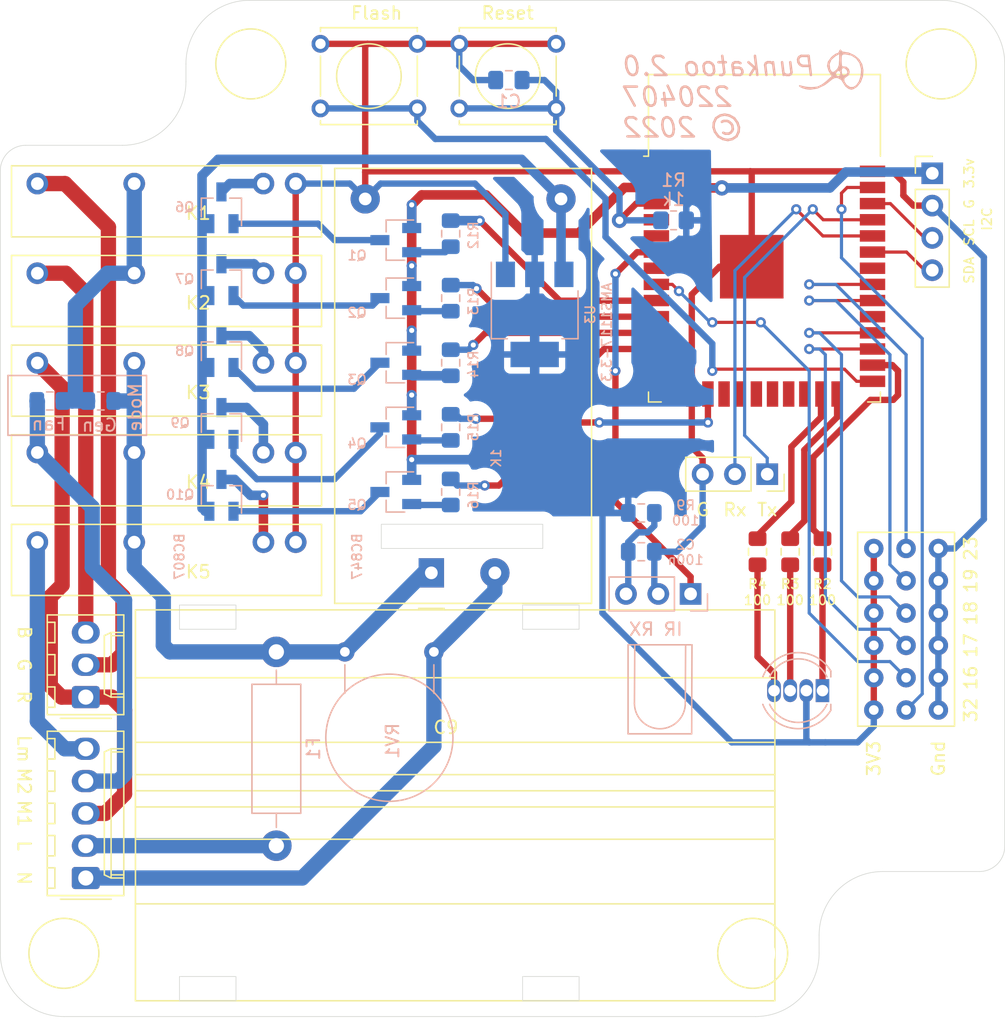
<source format=kicad_pcb>
(kicad_pcb (version 20211014) (generator pcbnew)
  (layers (0 "F.Cu" signal) (31 "B.Cu" signal) (34 "B.Paste" user) (35 "F.Paste" user) (36 "B.SilkS" user "B.Silkscreen") (37 "F.SilkS" user "F.Silkscreen") (38 "B.Mask" user) (39 "F.Mask" user) (44 "Edge.Cuts" user))
  (net 0 "")
  (net 1 "GND")
  (net 2 "+3V3")
  (net 3 "NEUT")
  (net 4 "Net-(K1-Pad3)")
  (net 5 "Net-(Q4-Pad3)")
  (net 6 "Net-(Q4-Pad2)")
  (net 7 "Net-(Q5-Pad2)")
  (net 8 "Net-(Q10-Pad1)")
  (net 9 "Net-(K2-Pad3)")
  (net 10 "Net-(K3-Pad3)")
  (net 11 "Net-(K4-Pad3)")
  (net 12 "Net-(K5-Pad3)")
  (net 13 "+5V")
  (net 14 "Net-(Q3-Pad3)")
  (net 15 "Net-(Q3-Pad2)")
  (net 16 "Net-(Q2-Pad3)")
  (net 17 "Net-(Q2-Pad2)")
  (net 18 "/TXD")
  (net 19 "/RXD")
  (net 20 "/FLASH")
  (net 21 "Net-(C1-Pad2)")
  (net 22 "R1")
  (net 23 "R2")
  (net 24 "R3")
  (net 25 "R4")
  (net 26 "R5")
  (net 27 "Net-(R3-Pad1)")
  (net 38 "Net-(C2-Pad1)")
  (net 39 "/LMP")
  (net 40 "/M2")
  (net 41 "Net-(D1-Pad1)")
  (net 45 "Net-(U1-Pad6)")
  (net 46 "Net-(D1-Pad4)")
  (net 47 "Net-(D1-Pad3)")
  (net 48 "Net-(JP1-Pad1)")
  (net 49 "Net-(Q1-Pad2)")
  (net 50 "Net-(Q1-Pad3)")
  (net 51 "Net-(R2-Pad1)")
  (net 52 "/Blue")
  (net 53 "/Green")
  (net 54 "Net-(R4-Pad1)")
  (net 55 "Net-(J3-Pad3)")
  (net 56 "Net-(J3-Pad4)")
  (net 57 "Net-(J2-Pad2)")
  (net 58 "Net-(J2-Pad3)")
  (net 59 "Net-(J2-Pad4)")
  (net 60 "Net-(U1-Pad37)")
  (net 61 "Net-(J2-Pad1)")
  (net 62 "Net-(U1-Pad8)")
  (net 63 "FUSED")
  (net 64 "/Red")
  (net 65 "LINE")
  (footprint "+Relay:G3MB" (layer "F.Cu") (at 84.072 88.403 180)
    (fp_text reference "K3")
    (fp_text value "G3MB" hide)
  )
  (footprint "Button_Switch_THT:SW_Tactile_Straight_KSL0Axx1LFTR" (layer "F.Cu") (at 103.8 67 180)
    (fp_text reference "SW2" hide)
    (fp_text value "Flash")
  )
  (footprint "+Relay:G3MB" (layer "F.Cu") (at 84.072 95.4515 180)
    (fp_text reference "K4")
    (fp_text value "G3MB" hide)
  )
  (footprint "+Relay:G3MB" (layer "F.Cu") (at 84.072 81.3545 180)
    (fp_text reference "K2")
    (fp_text value "G3MB" hide)
  )
  (footprint "+Relay:G3MB" (layer "F.Cu") (at 84.072 102.5 180)
    (fp_text reference "K5")
    (fp_text value "G3MB-Relay_SolidState" hide)
  )
  (footprint "+Relay:G3MB" (layer "F.Cu") (at 84.072 74.306 180)
    (fp_text reference "K1")
    (fp_text value "G3MB" hide)
  )
  (footprint "Button_Switch_THT:SW_Tactile_Straight_KSL0Axx1LFTR" (layer "F.Cu") (at 107.1 61.92)
    (fp_text reference "SW1" hide)
    (fp_text value "Reset")
  )
  (footprint "RF_Module:ESP32-WROOM-32" (layer "F.Cu") (at 131.1 80.2)
    (fp_text reference "U1" hide)
    (fp_text value "ESP32-WROOM-32")
  )
  (footprint "Connector_Molex:Molex_KK-254_AE-6410-03A_1x03_P2.54mm_Vertical" (layer "F.Cu") (at 77.722 113.284 90)
    (fp_text reference "J4" hide)
    (fp_text value "Output" hide)
  )
  (footprint "Connector_PinHeader_2.54mm:PinHeader_1x04_P2.54mm_Vertical" (layer "F.Cu") (at 144.3 72.1)
    (fp_text reference "J3" hide)
    (fp_text value "I2C")
  )
  (footprint "Resistor_SMD:R_0805_2012Metric_Pad1.15x1.40mm_HandSolder" (layer "F.Cu") (at 135.665 101.854 -90)
    (fp_text reference "R2")
    (fp_text value "100")
  )
  (footprint "Resistor_SMD:R_0805_2012Metric_Pad1.15x1.40mm_HandSolder" (layer "F.Cu") (at 130.556 101.854 -90)
    (fp_text reference "R4")
    (fp_text value "100")
  )
  (footprint "Resistor_SMD:R_0805_2012Metric_Pad1.15x1.40mm_HandSolder" (layer "F.Cu") (at 133.125 101.854 -90)
    (fp_text reference "R3")
    (fp_text value "100")
  )
  (footprint "Converter_ACDC+:Converter_ACDC_HiLink_HLK-PMxx" (layer "F.Cu") (at 104.9 103.516 90)
    (fp_text reference "PS1" hide)
    (fp_text value "HLK-PM01" hide)
  )
  (footprint "Misc:standoff" (layer "F.Cu") (at 90.7 63.5)
    (fp_text reference "REF**" hide)
    (fp_text value "standoff" hide)
  )
  (footprint "Misc:standoff" (layer "F.Cu") (at 145 63.5)
    (fp_text reference "REF**" hide)
    (fp_text value "standoff" hide)
  )
  (footprint "Misc:standoff" (layer "F.Cu") (at 130.175 133.43)
    (fp_text reference "REF**" hide)
    (fp_text value "standoff" hide)
  )
  (footprint "Misc:standoff" (layer "F.Cu") (at 76 133.43)
    (fp_text reference "REF**" hide)
    (fp_text value "standoff" hide)
  )
  (footprint "Connector_Molex:Molex_KK-254_AE-6410-05A_1x05_P2.54mm_Vertical" (layer "F.Cu") (at 77.722 127.508 90)
    (fp_text reference "J5" hide)
    (fp_text value "Output" hide)
  )
  (footprint "Connector_PinSocket_2.54mm:PinSocket_1x03_P2.54mm_Vertical" (layer "F.Cu") (at 131.318 95.758 -90)
    (fp_text reference "J1" hide)
    (fp_text value "Serial" hide)
  )
  (footprint "+Conn:Conn_03x06" (layer "F.Cu") (at 142.24 101.6)
    (fp_text reference "J2" hide)
    (fp_text value "I/O" hide)
  )
  (footprint "+Capacitor:3Wire_3uF+7uF" (layer "F.Cu") (at 81.629 137.16)
    (fp_text reference "C9")
    (fp_text value "Capacitor")
  )
  (footprint "local:SOT-23_HandSoldering" (layer "B.Cu") (at 88.39 97.42 90)
    (fp_text reference "Q10")
    (fp_text value "BC807" hide)
  )
  (footprint "local:SOT-23_HandSoldering" (layer "B.Cu") (at 102.106 86.995 180)
    (fp_text reference "Q3")
    (fp_text value "BC847" hide)
  )
  (footprint "local:SOT-23_HandSoldering" (layer "B.Cu") (at 88.39 86.117 90)
    (fp_text reference "Q8")
    (fp_text value "BC807" hide)
  )
  (footprint "local:SOT-23_HandSoldering" (layer "B.Cu") (at 102.106 97.155 180)
    (fp_text reference "Q5")
    (fp_text value "BC847" hide)
  )
  (footprint "local:SOT-23_HandSoldering" (layer "B.Cu") (at 102.106 77.354 180)
    (fp_text reference "Q1")
    (fp_text value "BC847" hide)
  )
  (footprint "Resistor_SMD:R_0805_2012Metric_Pad1.15x1.40mm_HandSolder" (layer "B.Cu") (at 121.412 98.806)
    (fp_text reference "R9")
    (fp_text value "100")
  )
  (footprint "local:SOT-23_HandSoldering" (layer "B.Cu") (at 102.106 81.915 180)
    (fp_text reference "Q2")
    (fp_text value "BC847" hide)
  )
  (footprint "Resistor_SMD:R_0805_2012Metric_Pad1.15x1.40mm_HandSolder" (layer "B.Cu") (at 106.424 81.915 -90)
    (fp_text reference "R13")
    (fp_text value "1K" hide)
  )
  (footprint "Resistor_SMD:R_0805_2012Metric_Pad1.15x1.40mm_HandSolder" (layer "B.Cu") (at 106.424 76.846 -90)
    (fp_text reference "R12")
    (fp_text value "1K" hide)
  )
  (footprint "Package_TO_SOT_SMD:SOT-223-3_TabPin2" (layer "B.Cu") (at 113.028 83.196 -90)
    (fp_text reference "U3")
    (fp_text value "AMS1117-3.3")
  )
  (footprint "local:SOT-23_HandSoldering" (layer "B.Cu") (at 88.39 80.4655 90)
    (fp_text reference "Q7")
    (fp_text value "BC807" hide)
  )
  (footprint "local:SOT-23_HandSoldering" (layer "B.Cu") (at 102.106 92.075 180)
    (fp_text reference "Q4")
    (fp_text value "BC847" hide)
  )
  (footprint "Test:logo" (layer "B.Cu") (at 136.4 63.9 180)
    (fp_text reference "G***" hide)
    (fp_text value "LOGO" hide)
  )
  (footprint "Resistor_SMD:R_0805_2012Metric_Pad1.15x1.40mm_HandSolder" (layer "B.Cu") (at 106.424 97.155 90)
    (fp_text reference "R16")
    (fp_text value "1K" hide)
  )
  (footprint "local:SOT-23_HandSoldering" (layer "B.Cu") (at 88.39 91.7685 90)
    (fp_text reference "Q9")
    (fp_text value "BC807" hide)
  )
  (footprint "Resistor_SMD:R_0805_2012Metric_Pad1.15x1.40mm_HandSolder" (layer "B.Cu") (at 106.424 86.995 -90)
    (fp_text reference "R14")
    (fp_text value "1K" hide)
  )
  (footprint "local:SOT-23_HandSoldering" (layer "B.Cu") (at 88.39 74.814 90)
    (fp_text reference "Q6")
    (fp_text value "BC807" hide)
  )
  (footprint "Resistor_SMD:R_0805_2012Metric_Pad1.15x1.40mm_HandSolder" (layer "B.Cu") (at 106.424 92.075 -90)
    (fp_text reference "R15")
    (fp_text value "1K" hide)
  )
  (footprint "OptoDevice+:TSOP38" (layer "B.Cu") (at 125.29 105.172 180)
    (fp_text reference "U2" hide)
    (fp_text value "IR RX")
  )
  (footprint "Resistor_SMD:R_0805_2012Metric_Pad1.15x1.40mm_HandSolder" (layer "B.Cu") (at 74.9 90 180)
    (fp_text reference "JP2" hide)
    (fp_text value "Fan")
  )
  (footprint "Resistor_SMD:R_0805_2012Metric_Pad1.15x1.40mm_HandSolder" (layer "B.Cu") (at 78.9 90)
    (fp_text reference "JP1" hide)
    (fp_text value "Gen")
  )
  (footprint "LED_THT:LED_D5.0mm-4_RGB" (layer "B.Cu") (at 135.665 112.776 180)
    (fp_text reference "D1" hide)
    (fp_text value "LED_RGBA" hide)
  )
  (footprint "Resistor_THT:R_Axial_DIN0411_L9.9mm_D3.6mm_P15.24mm_Horizontal" (layer "B.Cu") (at 92.71 124.968 90)
    (fp_text reference "F1")
    (fp_text value "Fuse")
  )
  (footprint "punkatoo:varistor_10mm" (layer "B.Cu") (at 105.1 109.728 -90)
    (fp_text reference "RV1")
    (fp_text value "Varistor" hide)
  )
  (footprint "Capacitor_SMD:C_0805_2012Metric_Pad1.15x1.40mm_HandSolder" (layer "B.Cu") (at 121.412 101.854)
    (fp_text reference "C2")
    (fp_text value "100n")
  )
  (footprint "Resistor_SMD:R_0805_2012Metric_Pad1.20x1.40mm_HandSolder" (layer "B.Cu") (at 123.952 75.8)
    (fp_text reference "R1")
    (fp_text value "1k")
  )
  (footprint "Capacitor_SMD:C_0805_2012Metric_Pad1.18x1.45mm_HandSolder" (layer "B.Cu") (at 110.998 64.77)
    (fp_text reference "C1")
    (fp_text value "100n")
  )
  (gr_line (start 125.4 109.172) (end 125.375 116.172) (layer "B.SilkS") (width 0.12))
  (gr_line (start 120.375 116.172) (end 120.375 109.172) (layer "B.SilkS") (width 0.12))
  (gr_line (start 120.375 116.172) (end 125.375 116.172) (layer "B.SilkS") (width 0.12))
  (gr_line (start 71.6 92.7) (end 71.6 88) (layer "B.SilkS") (width 0.12))
  (gr_line (start 120.375 109.172) (end 125.4 109.172) (layer "B.SilkS") (width 0.12))
  (gr_line (start 120.875 113.772) (end 120.9 109.172) (layer "B.SilkS") (width 0.12))
  (gr_line (start 124.875 113.772) (end 124.9 109.172) (layer "B.SilkS") (width 0.12))
  (gr_line (start 71.6 88) (end 82.5 88) (layer "B.SilkS") (width 0.12))
  (gr_line (start 82.5 92.7) (end 71.6 92.7) (layer "B.SilkS") (width 0.12))
  (gr_arc (start 124.875 113.772) (mid 122.875 115.772) (end 120.875 113.772) (layer "B.SilkS") (width 0.12))
  (gr_line (start 82.5 88) (end 82.5 92.7) (layer "B.SilkS") (width 0.12))
  (gr_line (start 85.6 63.5) (end 85.6 64.9) (layer "Edge.Cuts") (width 0.05))
  (gr_line (start 73 69.9) (end 80.6 69.9) (layer "Edge.Cuts") (width 0.05))
  (gr_line (start 145 58.5) (end 90.6 58.5) (layer "Edge.Cuts") (width 0.05))
  (gr_arc (start 150 125) (mid 149.414214 126.414214) (end 148 127) (layer "Edge.Cuts") (width 0.05))
  (gr_arc (start 85.6 64.9) (mid 84.135534 68.435534) (end 80.6 69.9) (layer "Edge.Cuts") (width 0.05))
  (gr_arc (start 76 138.4) (mid 72.464466 136.935534) (end 71 133.4) (layer "Edge.Cuts") (width 0.05))
  (gr_rect (start 116.5225 106.045) (end 112.0775 107.95) (layer "Edge.Cuts") (width 0.05) (fill none))
  (gr_line (start 150 125) (end 150 63.5) (layer "Edge.Cuts") (width 0.05))
  (gr_rect (start 116.5225 135.255) (end 112.0775 137.16) (layer "Edge.Cuts") (width 0.05) (fill none))
  (gr_line (start 71 133.4) (end 71 71.9) (layer "Edge.Cuts") (width 0.05))
  (gr_arc (start 135.4 133.4) (mid 133.935534 136.935534) (end 130.4 138.4) (layer "Edge.Cuts") (width 0.05))
  (gr_arc (start 145 58.5) (mid 148.535534 59.964466) (end 150 63.5) (layer "Edge.Cuts") (width 0.05))
  (gr_rect (start 100.965 99.695) (end 113.665 101.6) (layer "Edge.Cuts") (width 0.05) (fill none))
  (gr_rect (start 89.535 106.045) (end 85.09 107.95) (layer "Edge.Cuts") (width 0.05) (fill none))
  (gr_arc (start 71 71.9) (mid 71.585786 70.485786) (end 73 69.9) (layer "Edge.Cuts") (width 0.05))
  (gr_line (start 76 138.4) (end 130.4 138.4) (layer "Edge.Cuts") (width 0.05))
  (gr_line (start 135.4 133.4) (end 135.4 132) (layer "Edge.Cuts") (width 0.05))
  (gr_arc (start 135.4 132) (mid 136.864466 128.464466) (end 140.4 127) (layer "Edge.Cuts") (width 0.05))
  (gr_arc (start 85.6 63.5) (mid 87.064466 59.964466) (end 90.6 58.5) (layer "Edge.Cuts") (width 0.05))
  (gr_line (start 140.4 127) (end 148 127) (layer "Edge.Cuts") (width 0.05))
  (gr_rect (start 89.535 135.255) (end 85.09 137.16) (layer "Edge.Cuts") (width 0.05) (fill none))
  (gr_text "Punkatoo 2.0\n220407\n© 2022" (at 119.9 66.1) (layer "B.SilkS") (effects (font (size 1.5 1.5) (thickness 0.2) italic) (justify right mirror)))
  (gr_text "BC847" (at 99.06 102.235 -270) (layer "B.SilkS") (effects (font (size 0.75 0.75) (thickness 0.13)) (justify mirror)))
  (gr_text "BC807" (at 85.09 102.235 90) (layer "B.SilkS") (effects (font (size 0.75 0.75) (thickness 0.13)) (justify mirror)))
  (gr_text "1K" (at 110 94.5 -270) (layer "B.SilkS") (effects (font (size 0.75 0.75) (thickness 0.13)) (justify mirror)))
  (gr_text "Mode" (at 81.6 90.5 90) (layer "B.SilkS") (effects (font (size 1 1)) (justify mirror)))
  (gr_text "SDA" (at 147.2 79.720001 90) (layer "F.SilkS") (effects (font (size 0.75 0.75) (thickness 0.12))))
  (gr_text "SCL" (at 147.2 76.775239 90) (layer "F.SilkS") (effects (font (size 0.75 0.75) (thickness 0.12))))
  (gr_text "G" (at 147.2 74.509048 90) (layer "F.SilkS") (effects (font (size 0.75 0.75) (thickness 0.12))))
  (gr_text "3.3v" (at 147.2 72.100001 90) (layer "F.SilkS") (effects (font (size 0.75 0.75) (thickness 0.12))))
  (segment (start 94.232 87.006) (end 94.232 79.9575) (width 0.5) (layer "F.Cu") (net 1))
  (segment (start 94.232 73.798) (end 94.232 72.909) (width 0.5) (layer "F.Cu") (net 1))
  (segment (start 94.232 79.9575) (end 94.232 73.798) (width 0.5) (layer "F.Cu") (net 1))
  (segment (start 94.232 101.103) (end 94.232 94.0545) (width 0.5) (layer "F.Cu") (net 1))
  (segment (start 94.232 94.0545) (end 94.232 87.006) (width 0.5) (layer "F.Cu") (net 1))
  (segment (start 130.1 72.06) (end 129.985 71.945) (width 0.5) (layer "F.Cu") (net 1))
  (segment (start 127.565 79.445) (end 130.1 79.445) (width 0.5) (layer "F.Cu") (net 1))
  (segment (start 142.822918 74.64) (end 144.3 74.64) (width 0.5) (layer "F.Cu") (net 1))
  (segment (start 99.7 72.014) (end 99.7 62.098) (width 0.5) (layer "F.Cu") (net 1))
  (segment (start 107.1 61.92) (end 114.72 61.92) (width 0.5) (layer "F.Cu") (net 1))
  (segment (start 130.1 79.445) (end 130.1 72.06) (width 0.5) (layer "F.Cu") (net 1))
  (segment (start 142.024999 72.795) (end 142.024999 73.842081) (width 0.5) (layer "F.Cu") (net 1))
  (segment (start 125.385 81.625) (end 127.565 79.445) (width 0.5) (layer "F.Cu") (net 1))
  (segment (start 126.238 94.488) (end 126.238 95.758) (width 0.5) (layer "F.Cu") (net 1))
  (segment (start 125.385 89.455) (end 125.385 93.635) (width 0.5) (layer "F.Cu") (net 1))
  (segment (start 103.8 61.92) (end 107.1 61.92) (width 0.5) (layer "F.Cu") (net 1))
  (segment (start 125.385 93.635) (end 126.238 94.488) (width 0.5) (layer "F.Cu") (net 1))
  (segment (start 141.174999 71.945) (end 142.024999 72.795) (width 0.5) (layer "F.Cu") (net 1))
  (segment (start 99.7 62.098) (end 99.878 61.92) (width 0.5) (layer "F.Cu") (net 1))
  (segment (start 122.6 71.945) (end 129.985 71.945) (width 0.5) (layer "F.Cu") (net 1))
  (segment (start 142.024999 73.842081) (end 142.822918 74.64) (width 0.5) (layer "F.Cu") (net 1))
  (segment (start 99.878 61.92) (end 103.8 61.92) (width 0.5) (layer "F.Cu") (net 1))
  (segment (start 99.769 71.945) (end 99.7 72.014) (width 0.5) (layer "F.Cu") (net 1))
  (segment (start 96.18 61.92) (end 99.878 61.92) (width 0.5) (layer "F.Cu") (net 1))
  (segment (start 129.985 71.945) (end 139.6 71.945) (width 0.5) (layer "F.Cu") (net 1))
  (segment (start 125.385 89.455) (end 125.385 81.625) (width 0.5) (layer "F.Cu") (net 1))
  (segment (start 139.6 71.945) (end 141.174999 71.945) (width 0.5) (layer "F.Cu") (net 1))
  (segment (start 99.7 74.116) (end 99.7 72.014) (width 0.5) (layer "F.Cu") (net 1))
  (segment (start 122.6 71.945) (end 99.769 71.945) (width 0.5) (layer "F.Cu") (net 1))
  (segment (start 144.78 109.22) (end 144.78 111.76) (width 0.5) (layer "B.Cu") (net 1))
  (segment (start 144.3 74.64) (end 148.3575 78.6975) (width 0.5) (layer "B.Cu") (net 1))
  (segment (start 148.3575 78.6975) (end 148.3575 99.2925) (width 0.5) (layer "B.Cu") (net 1))
  (segment (start 110.728 75.308) (end 110.728 80.046) (width 0.5) (layer "B.Cu") (net 1))
  (segment (start 126.238 99.822) (end 126.238 95.758) (width 0.5) (layer "B.Cu") (net 1))
  (segment (start 108.204 64.77) (end 109.9605 64.77) (width 0.5) (layer "B.Cu") (net 1))
  (segment (start 144.78 104.14) (end 144.78 106.68) (width 0.5) (layer "B.Cu") (net 1))
  (segment (start 107.1 61.92) (end 107.1 63.666) (width 0.5) (layer "B.Cu") (net 1))
  (segment (start 122.437 104.859) (end 122.75 105.172) (width 0.5) (layer "B.Cu") (net 1))
  (segment (start 144.78 111.76) (end 144.78 114.3) (width 0.5) (layer "B.Cu") (net 1))
  (segment (start 144.78 101.6) (end 144.78 104.14) (width 0.5) (layer "B.Cu") (net 1))
  (segment (start 108.329 72.909) (end 110.728 75.308) (width 0.5) (layer "B.Cu") (net 1))
  (segment (start 148.3575 99.2925) (end 146.05 101.6) (width 0.5) (layer "B.Cu") (net 1))
  (segment (start 122.437 101.854) (end 124.206 101.854) (width 0.5) (layer "B.Cu") (net 1))
  (segment (start 99.7 74.116) (end 100.907 72.909) (width 0.5) (layer "B.Cu") (net 1))
  (segment (start 124.206 101.854) (end 126.238 99.822) (width 0.5) (layer "B.Cu") (net 1))
  (segment (start 98.493 72.909) (end 99.7 74.116) (width 0.5) (layer "B.Cu") (net 1))
  (segment (start 146.05 101.6) (end 144.78 101.6) (width 0.5) (layer "B.Cu") (net 1))
  (segment (start 94.232 72.909) (end 98.493 72.909) (width 0.5) (layer "B.Cu") (net 1))
  (segment (start 144.78 106.68) (end 144.78 109.22) (width 0.5) (layer "B.Cu") (net 1))
  (segment (start 100.907 72.909) (end 108.329 72.909) (width 0.5) (layer "B.Cu") (net 1))
  (segment (start 122.437 101.854) (end 122.437 104.859) (width 0.5) (layer "B.Cu") (net 1))
  (segment (start 107.1 63.666) (end 108.204 64.77) (width 0.5) (layer "B.Cu") (net 1))
  (segment (start 139.7 111.76) (end 139.7 109.22) (width 0.5) (layer "F.Cu") (net 2))
  (segment (start 139.7 114.3) (end 139.7 111.76) (width 0.5) (layer "F.Cu") (net 2))
  (segment (start 122.6 73.215) (end 120.085 73.215) (width 0.75) (layer "F.Cu") (net 2))
  (segment (start 103.356 89.535) (end 103.356 94.615) (width 0.75) (layer "F.Cu") (net 2))
  (segment (start 139.7 106.68) (end 139.7 104.14) (width 0.5) (layer "F.Cu") (net 2))
  (segment (start 127.75 73.25) (end 122.635 73.25) (width 0.75) (layer "F.Cu") (net 2))
  (segment (start 103.356 74.58) (end 103.356 79.375) (width 0.75) (layer "F.Cu") (net 2))
  (segment (start 139.7 104.14) (end 139.7 101.6) (width 0.5) (layer "F.Cu") (net 2))
  (segment (start 103.356 79.375) (end 103.356 84.455) (width 0.75) (layer "F.Cu") (net 2))
  (segment (start 139.7 109.22) (end 139.7 106.68) (width 0.5) (layer "F.Cu") (net 2))
  (segment (start 112.2 76.8) (end 109.2 73.8) (width 0.75) (layer "F.Cu") (net 2))
  (segment (start 120.085 73.215) (end 116.5 76.8) (width 0.75) (layer "F.Cu") (net 2))
  (segment (start 109.2 73.8) (end 104.136 73.8) (width 0.75) (layer "F.Cu") (net 2))
  (segment (start 122.635 73.25) (end 122.6 73.215) (width 0.75) (layer "F.Cu") (net 2))
  (segment (start 116.5 76.8) (end 112.2 76.8) (width 0.75) (layer "F.Cu") (net 2))
  (segment (start 104.136 73.8) (end 103.356 74.58) (width 0.75) (layer "F.Cu") (net 2))
  (segment (start 103.356 84.455) (end 103.356 89.535) (width 0.75) (layer "F.Cu") (net 2))
  (via (at 103.356 89.535) (size 0.8) (drill 0.4) (layers "F.Cu" "B.Cu") (net 2))
  (via (at 103.356 79.375) (size 0.8) (drill 0.4) (layers "F.Cu" "B.Cu") (net 2))
  (via (at 103.356 74.58) (size 0.8) (drill 0.4) (layers "F.Cu" "B.Cu") (net 2))
  (via (at 103.356 84.455) (size 0.8) (drill 0.4) (layers "F.Cu" "B.Cu") (net 2))
  (via (at 103.356 94.615) (size 0.8) (drill 0.4) (layers "F.Cu" "B.Cu") (net 2))
  (via (at 127.75 73.25) (size 1.2) (drill 0.6) (layers "F.Cu" "B.Cu") (net 2))
  (segment (start 113.028 80.046) (end 113.028 86.346) (width 0.75) (layer "B.Cu") (net 2))
  (segment (start 103.356 76.404) (end 103.356 74.58) (width 0.75) (layer "B.Cu") (net 2))
  (segment (start 128.524 116.84) (end 134.62 116.84) (width 0.5) (layer "B.Cu") (net 2))
  (segment (start 137.5 72) (end 136.25 73.25) (width 0.75) (layer "B.Cu") (net 2))
  (segment (start 103.356 94.615) (end 111.885 94.615) (width 0.75) (layer "B.Cu") (net 2))
  (segment (start 136.25 73.25) (end 127.75 73.25) (width 0.75) (layer "B.Cu") (net 2))
  (segment (start 124.952 75.8) (end 124.952 74.692) (width 0.5) (layer "B.Cu") (net 2))
  (segment (start 126.394 73.25) (end 127.75 73.25) (width 0.5) (layer "B.Cu") (net 2))
  (segment (start 119.507 107.823) (end 128.524 116.84) (width 0.5) (layer "B.Cu") (net 2))
  (segment (start 113.028 88.096) (end 113.028 93.472) (width 0.75) (layer "B.Cu") (net 2))
  (segment (start 103.356 91.125) (end 103.356 89.535) (width 0.75) (layer "B.Cu") (net 2))
  (segment (start 118.362 106.678) (end 119.507 107.823) (width 0.5) (layer "B.Cu") (net 2))
  (segment (start 111.885 94.615) (end 113.028 93.472) (width 0.75) (layer "B.Cu") (net 2))
  (segment (start 113.028 93.472) (end 113.031 93.475) (width 0.5) (layer "B.Cu") (net 2))
  (segment (start 138.43 116.84) (end 139.7 115.57) (width 0.5) (layer "B.Cu") (net 2))
  (segment (start 134.395 116.615) (end 134.62 116.84) (width 0.5) (layer "B.Cu") (net 2))
  (segment (start 103.356 80.965) (end 103.356 79.375) (width 0.75) (layer "B.Cu") (net 2))
  (segment (start 103.356 86.045) (end 103.356 84.455) (width 0.75) (layer "B.Cu") (net 2))
  (segment (start 134.62 116.84) (end 135.89 116.84) (width 0.5) (layer "B.Cu") (net 2))
  (segment (start 118.362 98.806) (end 113.028 93.472) (width 0.5) (layer "B.Cu") (net 2))
  (segment (start 134.395 112.776) (end 134.395 116.615) (width 0.5) (layer "B.Cu") (net 2))
  (segment (start 124.952 74.692) (end 126.394 73.25) (width 0.5) (layer "B.Cu") (net 2))
  (segment (start 120.387 98.806) (end 118.362 98.806) (width 0.5) (layer "B.Cu") (net 2))
  (segment (start 103.356 96.205) (end 103.356 94.615) (width 0.75) (layer "B.Cu") (net 2))
  (segment (start 139.7 115.57) (end 139.7 114.3) (width 0.5) (layer "B.Cu") (net 2))
  (segment (start 119.507 107.823) (end 119.634 107.95) (width 0.5) (layer "B.Cu") (net 2))
  (segment (start 118.362 98.806) (end 118.362 106.678) (width 0.5) (layer "B.Cu") (net 2))
  (segment (start 135.89 116.84) (end 138.43 116.84) (width 0.5) (layer "B.Cu") (net 2))
  (segment (start 113.028 86.346) (end 113.028 88.096) (width 0.75) (layer "B.Cu") (net 2))
  (segment (start 143.6 72) (end 137.5 72) (width 0.75) (layer "B.Cu") (net 2))
  (segment (start 134.395 112.776) (end 134.395 115.345) (width 0.5) (layer "B.Cu") (net 2))
  (segment (start 109.9 104.928) (end 105.1 109.728) (width 1.2) (layer "B.Cu") (net 3))
  (segment (start 109.9 103.516) (end 109.9 104.928) (width 1.2) (layer "B.Cu") (net 3))
  (segment (start 105.1 117.15) (end 94.742 127.508) (width 1.2) (layer "B.Cu") (net 3))
  (segment (start 94.742 127.508) (end 77.722 127.508) (width 1.2) (layer "B.Cu") (net 3))
  (segment (start 105.1 117.15) (end 105.1 109.728) (width 1.2) (layer "B.Cu") (net 3))
  (segment (start 89.045 72.909) (end 88.39 73.564) (width 0.75) (layer "B.Cu") (net 4))
  (segment (start 91.692 72.909) (end 89.045 72.909) (width 0.75) (layer "B.Cu") (net 4))
  (segment (start 100.856 92.075) (end 100.856 92.574) (width 0.5) (layer "B.Cu") (net 5))
  (segment (start 97.28 96.15) (end 91.184 96.15) (width 0.5) (layer "B.Cu") (net 5))
  (segment (start 89.34 94.306) (end 89.34 93.0185) (width 0.5) (layer "B.Cu") (net 5))
  (segment (start 91.184 96.15) (end 89.34 94.306) (width 0.5) (layer "B.Cu") (net 5))
  (segment (start 100.856 92.574) (end 97.28 96.15) (width 0.5) (layer "B.Cu") (net 5))
  (segment (start 103.431 93.1) (end 106.424 93.1) (width 0.5) (layer "B.Cu") (net 6))
  (segment (start 103.356 93.025) (end 103.431 93.1) (width 0.5) (layer "B.Cu") (net 6))
  (segment (start 103.431 98.18) (end 106.424 98.18) (width 0.5) (layer "B.Cu") (net 7))
  (segment (start 103.356 98.105) (end 103.431 98.18) (width 0.5) (layer "B.Cu") (net 7))
  (segment (start 89.34 98.67) (end 99.341 98.67) (width 0.5) (layer "B.Cu") (net 8))
  (segment (start 99.341 98.67) (end 100.856 97.155) (width 0.5) (layer "B.Cu") (net 8))
  (segment (start 90.95 79.2155) (end 91.692 79.9575) (width 0.75) (layer "B.Cu") (net 9))
  (segment (start 88.39 79.2155) (end 90.95 79.2155) (width 0.75) (layer "B.Cu") (net 9))
  (segment (start 88.39 84.867) (end 90.569 84.867) (width 0.75) (layer "B.Cu") (net 10))
  (segment (start 91.692 85.99) (end 91.692 87.006) (width 0.75) (layer "B.Cu") (net 10))
  (segment (start 90.569 84.867) (end 91.692 85.99) (width 0.75) (layer "B.Cu") (net 10))
  (segment (start 88.39 90.5185) (end 90.3785 90.5185) (width 0.75) (layer "B.Cu") (net 11))
  (segment (start 91.692 91.832) (end 91.692 94.0545) (width 0.75) (layer "B.Cu") (net 11))
  (segment (start 90.3785 90.5185) (end 91.692 91.832) (width 0.75) (layer "B.Cu") (net 11))
  (segment (start 91.692 101.103) (end 91.692 97.42) (width 0.75) (layer "F.Cu") (net 12))
  (via (at 91.692 97.42) (size 0.8) (drill 0.4) (layers "F.Cu" "B.Cu") (net 12))
  (segment (start 88.39 96.17) (end 89.426 96.17) (width 0.75) (layer "B.Cu") (net 12))
  (segment (start 89.426 96.17) (end 90.676 97.42) (width 0.75) (layer "B.Cu") (net 12))
  (segment (start 90.676 97.42) (end 91.692 97.42) (width 0.75) (layer "B.Cu") (net 12))
  (segment (start 88.136 71.004) (end 111.988 71.004) (width 0.75) (layer "B.Cu") (net 13))
  (segment (start 86.866 72.274) (end 88.136 71.004) (width 0.75) (layer "B.Cu") (net 13))
  (segment (start 115.1 74.116) (end 111.988 71.004) (width 0.75) (layer "B.Cu") (net 13))
  (segment (start 115.1 79.818) (end 115.328 80.046) (width 0.75) (layer "B.Cu") (net 13))
  (segment (start 115.1 74.116) (end 115.1 79.818) (width 0.75) (layer "B.Cu") (net 13))
  (segment (start 87.44 98.67) (end 87.1 98.67) (width 0.75) (layer "B.Cu") (net 13))
  (segment (start 87.1 98.67) (end 86.866 98.436) (width 0.5) (layer "B.Cu") (net 13))
  (segment (start 86.866 76.638) (end 87.44 76.064) (width 0.75) (layer "B.Cu") (net 13))
  (segment (start 87.44 87.367) (end 86.973 87.367) (width 0.75) (layer "B.Cu") (net 13))
  (segment (start 86.973 87.367) (end 86.866 87.26) (width 0.5) (layer "B.Cu") (net 13))
  (segment (start 86.9495 93.0185) (end 86.866 93.102) (width 0.5) (layer "B.Cu") (net 13))
  (segment (start 87.44 93.0185) (end 86.9495 93.0185) (width 0.75) (layer "B.Cu") (net 13))
  (segment (start 86.9095 81.7155) (end 86.866 81.672) (width 0.5) (layer "B.Cu") (net 13))
  (segment (start 87.44 81.7155) (end 86.9095 81.7155) (width 0.75) (layer "B.Cu") (net 13))
  (segment (start 86.866 81.672) (end 86.866 76.638) (width 0.75) (layer "B.Cu") (net 13))
  (segment (start 86.866 87.26) (end 86.866 81.672) (width 0.75) (layer "B.Cu") (net 13))
  (segment (start 86.866 76.638) (end 86.866 72.274) (width 0.75) (layer "B.Cu") (net 13))
  (segment (start 86.866 93.102) (end 86.866 87.26) (width 0.75) (layer "B.Cu") (net 13))
  (segment (start 86.866 98.436) (end 86.866 93.102) (width 0.75) (layer "B.Cu") (net 13))
  (segment (start 91.011 89.038) (end 98.813 89.038) (width 0.5) (layer "B.Cu") (net 14))
  (segment (start 89.34 87.367) (end 91.011 89.038) (width 0.5) (layer "B.Cu") (net 14))
  (segment (start 98.813 89.038) (end 100.856 86.995) (width 0.5) (layer "B.Cu") (net 14))
  (segment (start 103.431 88.02) (end 106.424 88.02) (width 0.75) (layer "B.Cu") (net 15))
  (segment (start 103.356 87.945) (end 103.431 88.02) (width 0.75) (layer "B.Cu") (net 15))
  (segment (start 100.2735 82.4975) (end 100.856 81.915) (width 0.5) (layer "B.Cu") (net 16))
  (segment (start 89.34 81.7155) (end 90.122 82.4975) (width 0.5) (layer "B.Cu") (net 16))
  (segment (start 90.122 82.4975) (end 100.2735 82.4975) (width 0.5) (layer "B.Cu") (net 16))
  (segment (start 103.431 82.94) (end 106.424 82.94) (width 0.5) (layer "B.Cu") (net 17))
  (segment (start 103.356 82.865) (end 103.431 82.94) (width 0.5) (layer "B.Cu") (net 17))
  (segment (start 135.725 75.755) (end 139.6 75.755) (width 0.25) (layer "F.Cu") (net 18))
  (segment (start 134.9 74.93) (end 135.725 75.755) (width 0.25) (layer "F.Cu") (net 18))
  (via (at 134.9 74.93) (size 0.8) (drill 0.4) (layers "F.Cu" "B.Cu") (net 18))
  (segment (start 131.318 94.488) (end 131.318 95.758) (width 0.25) (layer "B.Cu") (net 18))
  (segment (start 134.9 74.93) (end 129.54 80.29) (width 0.25) (layer "B.Cu") (net 18))
  (segment (start 129.54 92.71) (end 131.318 94.488) (width 0.25) (layer "B.Cu") (net 18))
  (segment (start 129.54 80.29) (end 129.54 92.71) (width 0.25) (layer "B.Cu") (net 18))
  (segment (start 135.695 77.025) (end 139.6 77.025) (width 0.25) (layer "F.Cu") (net 19))
  (segment (start 133.6 74.93) (end 135.695 77.025) (width 0.25) (layer "F.Cu") (net 19))
  (via (at 133.6 74.93) (size 0.8) (drill 0.4) (layers "F.Cu" "B.Cu") (net 19))
  (segment (start 133.6 74.93) (end 128.778 79.752) (width 0.25) (layer "B.Cu") (net 19))
  (segment (start 128.778 79.752) (end 128.778 95.758) (width 0.25) (layer "B.Cu") (net 19))
  (segment (start 137.395 87.5) (end 138.35 88.455) (width 0.25) (layer "F.Cu") (net 20))
  (segment (start 138.35 88.455) (end 139.6 88.455) (width 0.25) (layer "F.Cu") (net 20))
  (segment (start 127 87.63) (end 127.13 87.5) (width 0.25) (layer "F.Cu") (net 20))
  (segment (start 127.13 87.5) (end 137.395 87.5) (width 0.25) (layer "F.Cu") (net 20))
  (via (at 127 87.63) (size 0.8) (drill 0.4) (layers "F.Cu" "B.Cu") (net 20))
  (segment (start 127 87.63) (end 127 85.5) (width 0.5) (layer "B.Cu") (net 20))
  (segment (start 96.18 67) (end 103.8 67) (width 0.5) (layer "B.Cu") (net 20))
  (segment (start 105.212172 69.4) (end 103.8 67.987828) (width 0.5) (layer "B.Cu") (net 20))
  (segment (start 103.8 67.987828) (end 103.8 67) (width 0.5) (layer "B.Cu") (net 20))
  (segment (start 127 85.5) (end 118.6 77.1) (width 0.5) (layer "B.Cu") (net 20))
  (segment (start 113.9 69.4) (end 105.212172 69.4) (width 0.5) (layer "B.Cu") (net 20))
  (segment (start 118.6 74.1) (end 113.9 69.4) (width 0.5) (layer "B.Cu") (net 20))
  (segment (start 118.6 77.1) (end 118.6 74.1) (width 0.5) (layer "B.Cu") (net 20))
  (segment (start 121.015 74.485) (end 119.7 75.8) (width 0.5) (layer "F.Cu") (net 21))
  (segment (start 122.6 74.485) (end 121.015 74.485) (width 0.5) (layer "F.Cu") (net 21))
  (via (at 119.7 75.8) (size 1.2) (drill 0.6) (layers "F.Cu" "B.Cu") (net 21))
  (segment (start 119.7 73.7) (end 114.72 68.72) (width 0.5) (layer "B.Cu") (net 21))
  (segment (start 119.7 75.8) (end 122.952 75.8) (width 0.5) (layer "B.Cu") (net 21))
  (segment (start 107.1 67) (end 114.72 67) (width 0.5) (layer "B.Cu") (net 21))
  (segment (start 119.7 75.8) (end 119.7 73.7) (width 0.5) (layer "B.Cu") (net 21))
  (segment (start 114.72 68.72) (end 114.72 67) (width 0.5) (layer "B.Cu") (net 21))
  (segment (start 113.792 64.77) (end 112.0355 64.77) (width 0.5) (layer "B.Cu") (net 21))
  (segment (start 114.72 67) (end 114.72 65.698) (width 0.5) (layer "B.Cu") (net 21))
  (segment (start 114.72 65.698) (end 113.792 64.77) (width 0.5) (layer "B.Cu") (net 21))
  (segment (start 114.999 82.119) (end 108.71 75.83) (width 0.5) (layer "F.Cu") (net 22))
  (segment (start 122.045 82.119) (end 114.999 82.119) (width 0.5) (layer "F.Cu") (net 22))
  (via (at 108.71 75.83) (size 0.8) (drill 0.4) (layers "F.Cu" "B.Cu") (net 22))
  (segment (start 108.701 75.821) (end 108.71 75.83) (width 0.75) (layer "B.Cu") (net 22))
  (segment (start 106.424 75.821) (end 108.701 75.821) (width 0.75) (layer "B.Cu") (net 22))
  (segment (start 110.681 83.389) (end 108.456 81.164) (width 0.5) (layer "F.Cu") (net 23))
  (segment (start 110.681 83.389) (end 110.695 83.375) (width 0.5) (layer "F.Cu") (net 23))
  (segment (start 110.695 83.375) (end 122.6 83.375) (width 0.5) (layer "F.Cu") (net 23))
  (via (at 108.456 81.164) (size 0.8) (drill 0.4) (layers "F.Cu" "B.Cu") (net 23))
  (segment (start 106.424 80.89) (end 108.182 80.89) (width 0.5) (layer "B.Cu") (net 23))
  (segment (start 108.182 80.89) (end 108.456 81.164) (width 0.5) (layer "B.Cu") (net 23))
  (segment (start 109.155 84.645) (end 122.6 84.645) (width 0.5) (layer "F.Cu") (net 24))
  (segment (start 108.2 85.6) (end 109.155 84.645) (width 0.5) (layer "F.Cu") (net 24))
  (via (at 108.2 85.6) (size 0.8) (drill 0.4) (layers "F.Cu" "B.Cu") (net 24))
  (segment (start 106.424 85.97) (end 107.83 85.97) (width 0.5) (layer "B.Cu") (net 24))
  (segment (start 107.83 85.97) (end 108.2 85.6) (width 0.5) (layer "B.Cu") (net 24))
  (segment (start 118.471 85.929) (end 118.485 85.915) (width 0.5) (layer "F.Cu") (net 25))
  (segment (start 113 91.4) (end 108.4 91.4) (width 0.5) (layer "F.Cu") (net 25))
  (segment (start 118.471 85.929) (end 113 91.4) (width 0.5) (layer "F.Cu") (net 25))
  (segment (start 118.485 85.915) (end 122.6 85.915) (width 0.5) (layer "F.Cu") (net 25))
  (via (at 108.4 91.4) (size 0.8) (drill 0.4) (layers "F.Cu" "B.Cu") (net 25))
  (segment (start 106.424 91.05) (end 106.816 91.05) (width 0.5) (layer "B.Cu") (net 25))
  (segment (start 107.166 91.4) (end 108.4 91.4) (width 0.5) (layer "B.Cu") (net 25))
  (segment (start 106.816 91.05) (end 107.166 91.4) (width 0.5) (layer "B.Cu") (net 25))
  (segment (start 126.655 91.694) (end 126.655 89.455) (width 0.5) (layer "F.Cu") (net 26))
  (segment (start 110.216685 96.649) (end 115.171685 91.694) (width 0.5) (layer "F.Cu") (net 26))
  (segment (start 115.171685 91.694) (end 118.11 91.694) (width 0.5) (layer "F.Cu") (net 26))
  (segment (start 109.1 96.649) (end 110.216685 96.649) (width 0.5) (layer "F.Cu") (net 26))
  (via (at 109.1 96.649) (size 0.8) (drill 0.4) (layers "F.Cu" "B.Cu") (net 26))
  (via (at 118.11 91.694) (size 0.8) (drill 0.4) (layers "F.Cu" "B.Cu") (net 26))
  (via (at 126.655 91.694) (size 0.8) (drill 0.4) (layers "F.Cu" "B.Cu") (net 26))
  (segment (start 126.655 91.694) (end 118.11 91.694) (width 0.5) (layer "B.Cu") (net 26))
  (segment (start 106.943 96.649) (end 109.1 96.649) (width 0.5) (layer "B.Cu") (net 26))
  (segment (start 106.424 96.13) (end 106.943 96.649) (width 0.5) (layer "B.Cu") (net 26))
  (segment (start 136.815 89.455) (end 136.815 91.277) (width 0.5) (layer "F.Cu") (net 27))
  (segment (start 134.2345 93.8575) (end 134.2345 99.4365) (width 0.5) (layer "F.Cu") (net 27))
  (segment (start 134.2345 99.4365) (end 132.842 100.829) (width 0.5) (layer "F.Cu") (net 27))
  (segment (start 136.815 91.277) (end 134.2345 93.8575) (width 0.5) (layer "F.Cu") (net 27))
  (segment (start 120.387 101.101) (end 120.387 101.854) (width 0.5) (layer "B.Cu") (net 38))
  (segment (start 122.437 99.813) (end 121.92 100.33) (width 0.5) (layer "B.Cu") (net 38))
  (segment (start 121.158 100.33) (end 120.387 101.101) (width 0.5) (layer "B.Cu") (net 38))
  (segment (start 120.387 104.995) (end 120.21 105.172) (width 0.5) (layer "B.Cu") (net 38))
  (segment (start 121.92 100.33) (end 121.158 100.33) (width 0.5) (layer "B.Cu") (net 38))
  (segment (start 120.387 101.854) (end 120.387 104.995) (width 0.5) (layer "B.Cu") (net 38))
  (segment (start 122.437 98.806) (end 122.437 99.813) (width 0.5) (layer "B.Cu") (net 38))
  (segment (start 120.387 101.854) (end 120.387 101.154) (width 0.5) (layer "B.Cu") (net 38))
  (segment (start 73.912 101.103) (end 73.912 115.187) (width 1.2) (layer "B.Cu") (net 39))
  (segment (start 76.073 117.348) (end 77.722 117.348) (width 1.2) (layer "B.Cu") (net 39))
  (segment (start 73.912 115.187) (end 76.073 117.348) (width 1.2) (layer "B.Cu") (net 39))
  (segment (start 73.912 94.0545) (end 73.912 90.037) (width 1.2) (layer "B.Cu") (net 40))
  (segment (start 80.772 119.38) (end 80.264 119.888) (width 1.2) (layer "B.Cu") (net 40))
  (segment (start 78.232 103.124) (end 80.772 105.664) (width 1.2) (layer "B.Cu") (net 40))
  (segment (start 80.264 119.888) (end 77.722 119.888) (width 1.2) (layer "B.Cu") (net 40))
  (segment (start 73.912 94.0545) (end 78.232 98.3745) (width 1.2) (layer "B.Cu") (net 40))
  (segment (start 73.912 90.037) (end 73.875 90) (width 1.2) (layer "B.Cu") (net 40))
  (segment (start 78.232 98.3745) (end 78.232 103.124) (width 1.2) (layer "B.Cu") (net 40))
  (segment (start 80.772 105.664) (end 80.772 119.38) (width 1.2) (layer "B.Cu") (net 40))
  (segment (start 135.665 102.879) (end 135.665 112.776) (width 0.5) (layer "F.Cu") (net 41))
  (segment (start 125.29 103.822) (end 125.29 105.172) (width 0.5) (layer "F.Cu") (net 45))
  (segment (start 119.38 97.912) (end 125.29 103.822) (width 0.5) (layer "F.Cu") (net 45))
  (segment (start 121.081 78.309) (end 121.934 78.309) (width 0.5) (layer "F.Cu") (net 45))
  (segment (start 119.38 80.01) (end 121.081 78.309) (width 0.5) (layer "F.Cu") (net 45))
  (segment (start 119.38 87.63) (end 119.38 97.912) (width 0.5) (layer "F.Cu") (net 45))
  (via (at 119.38 87.63) (size 0.8) (drill 0.4) (layers "F.Cu" "B.Cu") (net 45))
  (via (at 119.38 80.01) (size 0.8) (drill 0.4) (layers "F.Cu" "B.Cu") (net 45))
  (segment (start 119.38 80.01) (end 119.38 87.63) (width 0.5) (layer "B.Cu") (net 45))
  (segment (start 130.556 102.879) (end 130.556 110.109) (width 0.5) (layer "F.Cu") (net 46))
  (segment (start 131.855 112.776) (end 131.855 111.408) (width 0.5) (layer "F.Cu") (net 46))
  (segment (start 131.855 111.408) (end 130.556 110.109) (width 0.5) (layer "F.Cu") (net 46))
  (segment (start 133.125 102.879) (end 133.125 112.776) (width 0.5) (layer "F.Cu") (net 47))
  (segment (start 79.4275 79.9575) (end 76.9 82.485) (width 1.2) (layer "B.Cu") (net 48))
  (segment (start 81.532 79.9575) (end 81.532 72.909) (width 1.2) (layer "B.Cu") (net 48))
  (segment (start 81.532 79.9575) (end 79.4275 79.9575) (width 1.2) (layer "B.Cu") (net 48))
  (segment (start 77.875 90) (end 76.665 90) (width 1.2) (layer "B.Cu") (net 48))
  (segment (start 76.9 89.765) (end 76.665 90) (width 1.2) (layer "B.Cu") (net 48))
  (segment (start 76.9 82.485) (end 76.9 89.765) (width 1.2) (layer "B.Cu") (net 48))
  (segment (start 76.665 90) (end 75.925 90) (width 1.2) (layer "B.Cu") (net 48))
  (segment (start 105.991 78.304) (end 106.424 77.871) (width 0.5) (layer "B.Cu") (net 49))
  (segment (start 103.356 78.304) (end 105.991 78.304) (width 0.5) (layer "B.Cu") (net 49))
  (segment (start 89.34 76.064) (end 95.99 76.064) (width 0.5) (layer "B.Cu") (net 50))
  (segment (start 95.99 76.064) (end 97.28 77.354) (width 0.5) (layer "B.Cu") (net 50))
  (segment (start 97.28 77.354) (end 100.856 77.354) (width 0.5) (layer "B.Cu") (net 50))
  (segment (start 141.224 89.916) (end 141.605 89.535) (width 0.5) (layer "F.Cu") (net 51))
  (segment (start 141.16 87.185) (end 139.6 87.185) (width 0.5) (layer "F.Cu") (net 51))
  (segment (start 134.93402 100.09802) (end 134.93402 94.42798) (width 0.5) (layer "F.Cu") (net 51))
  (segment (start 134.93402 94.42798) (end 139.446 89.916) (width 0.5) (layer "F.Cu") (net 51))
  (segment (start 139.446 89.916) (end 141.224 89.916) (width 0.5) (layer "F.Cu") (net 51))
  (segment (start 141.605 87.63) (end 141.16 87.185) (width 0.5) (layer "F.Cu") (net 51))
  (segment (start 135.665 100.829) (end 134.93402 100.09802) (width 0.5) (layer "F.Cu") (net 51))
  (segment (start 141.605 89.535) (end 141.605 87.63) (width 0.5) (layer "F.Cu") (net 51))
  (segment (start 76.1475 79.9575) (end 73.912 79.9575) (width 1.2) (layer "F.Cu") (net 52))
  (segment (start 77.721999 108.204) (end 77.722 81.532) (width 1.2) (layer "F.Cu") (net 52))
  (segment (start 77.722 81.532) (end 76.1475 79.9575) (width 1.2) (layer "F.Cu") (net 52))
  (segment (start 76.084 72.909) (end 79.501999 76.326999) (width 1.2) (layer "F.Cu") (net 53))
  (segment (start 80.645 105.367606) (end 79.501999 104.224605) (width 1.2) (layer "F.Cu") (net 53))
  (segment (start 77.722 110.744) (end 79.756 110.744) (width 1.2) (layer "F.Cu") (net 53))
  (segment (start 73.912 72.909) (end 76.084 72.909) (width 1.2) (layer "F.Cu") (net 53))
  (segment (start 80.645 109.855) (end 80.645 105.367606) (width 1.2) (layer "F.Cu") (net 53))
  (segment (start 79.501999 104.224605) (end 79.501999 76.326999) (width 1.2) (layer "F.Cu") (net 53))
  (segment (start 79.756 110.744) (end 80.645 109.855) (width 1.2) (layer "F.Cu") (net 53))
  (segment (start 135.545 91.277) (end 133.2185 93.6035) (width 0.5) (layer "F.Cu") (net 54))
  (segment (start 135.545 89.455) (end 135.545 91.277) (width 0.5) (layer "F.Cu") (net 54))
  (segment (start 133.2185 97.9125) (end 130.302 100.829) (width 0.5) (layer "F.Cu") (net 54))
  (segment (start 133.2185 93.6035) (end 133.2185 97.9125) (width 0.5) (layer "F.Cu") (net 54))
  (segment (start 139.6 74.485) (end 141.005 74.485) (width 0.25) (layer "F.Cu") (net 55))
  (segment (start 141.005 74.485) (end 143.6 77.08) (width 0.25) (layer "F.Cu") (net 55))
  (segment (start 142.275 78.295) (end 143.6 79.62) (width 0.25) (layer "F.Cu") (net 56))
  (segment (start 139.6 78.295) (end 142.275 78.295) (width 0.25) (layer "F.Cu") (net 56))
  (segment (start 139.6 82.105) (end 134.62 82.105) (width 0.25) (layer "F.Cu") (net 57))
  (via (at 134.62 82.105) (size 0.8) (drill 0.4) (layers "F.Cu" "B.Cu") (net 57))
  (segment (start 134.62 82.105) (end 136.715 82.105) (width 0.25) (layer "B.Cu") (net 57))
  (segment (start 140.97 86.36) (end 140.97 102.87) (width 0.25) (layer "B.Cu") (net 57))
  (segment (start 140.97 102.87) (end 142.24 104.14) (width 0.25) (layer "B.Cu") (net 57))
  (segment (start 136.715 82.105) (end 140.97 86.36) (width 0.25) (layer "B.Cu") (net 57))
  (segment (start 139.6 84.645) (end 134.62 84.645) (width 0.25) (layer "F.Cu") (net 58))
  (via (at 134.62 84.645) (size 0.8) (drill 0.4) (layers "F.Cu" "B.Cu") (net 58))
  (segment (start 137.16 86.36) (end 137.16 104.14) (width 0.25) (layer "B.Cu") (net 58))
  (segment (start 135.445 84.645) (end 137.16 86.36) (width 0.25) (layer "B.Cu") (net 58))
  (segment (start 137.16 104.14) (end 138.43 105.41) (width 0.25) (layer "B.Cu") (net 58))
  (segment (start 138.43 105.41) (end 140.97 105.41) (width 0.25) (layer "B.Cu") (net 58))
  (segment (start 134.62 84.645) (end 135.445 84.645) (width 0.25) (layer "B.Cu") (net 58))
  (segment (start 140.97 105.41) (end 142.24 106.68) (width 0.25) (layer "B.Cu") (net 58))
  (segment (start 139.6 85.915) (end 134.62 85.915) (width 0.25) (layer "F.Cu") (net 59))
  (via (at 134.62 85.915) (size 0.8) (drill 0.4) (layers "F.Cu" "B.Cu") (net 59))
  (segment (start 135.89 86.36) (end 135.89 105.41) (width 0.25) (layer "B.Cu") (net 59))
  (segment (start 135.89 105.41) (end 138.43 107.95) (width 0.25) (layer "B.Cu") (net 59))
  (segment (start 140.97 107.95) (end 142.24 109.22) (width 0.25) (layer "B.Cu") (net 59))
  (segment (start 134.62 85.915) (end 135.445 85.915) (width 0.25) (layer "B.Cu") (net 59))
  (segment (start 138.43 107.95) (end 140.97 107.95) (width 0.25) (layer "B.Cu") (net 59))
  (segment (start 135.445 85.915) (end 135.89 86.36) (width 0.25) (layer "B.Cu") (net 59))
  (segment (start 137.16 73.66) (end 137.16 74.93) (width 0.25) (layer "F.Cu") (net 60))
  (segment (start 139.6 73.215) (end 137.605 73.215) (width 0.25) (layer "F.Cu") (net 60))
  (segment (start 137.605 73.215) (end 137.16 73.66) (width 0.25) (layer "F.Cu") (net 60))
  (via (at 137.16 74.93) (size 0.8) (drill 0.4) (layers "F.Cu" "B.Cu") (net 60))
  (segment (start 143.51 113.03) (end 143.51 85.09) (width 0.25) (layer "B.Cu") (net 60))
  (segment (start 143.51 85.09) (end 137.16 78.74) (width 0.25) (layer "B.Cu") (net 60))
  (segment (start 142.24 114.3) (end 143.51 113.03) (width 0.25) (layer "B.Cu") (net 60))
  (segment (start 137.16 78.74) (end 137.16 74.93) (width 0.25) (layer "B.Cu") (net 60))
  (segment (start 134.62 80.835) (end 139.6 80.835) (width 0.25) (layer "F.Cu") (net 61))
  (via (at 134.62 80.835) (size 0.8) (drill 0.4) (layers "F.Cu" "B.Cu") (net 61))
  (segment (start 142.24 101.6) (end 142.24 86.36) (width 0.25) (layer "B.Cu") (net 61))
  (segment (start 136.715 80.835) (end 142.24 86.36) (width 0.25) (layer "B.Cu") (net 61))
  (segment (start 134.62 80.835) (end 136.715 80.835) (width 0.25) (layer "B.Cu") (net 61))
  (segment (start 130.81 83.82) (end 127 83.82) (width 0.25) (layer "F.Cu") (net 62))
  (segment (start 122.6 80.835) (end 123.85 80.835) (width 0.25) (layer "F.Cu") (net 62))
  (segment (start 123.85 80.835) (end 124.3775 81.3625) (width 0.25) (layer "F.Cu") (net 62))
  (via (at 127 83.82) (size 0.8) (drill 0.4) (layers "F.Cu" "B.Cu") (net 62))
  (via (at 124.3775 81.3625) (size 0.8) (drill 0.4) (layers "F.Cu" "B.Cu") (net 62))
  (via (at 130.81 83.82) (size 0.8) (drill 0.4) (layers "F.Cu" "B.Cu") (net 62))
  (segment (start 140.97 110.49) (end 138.43 110.49) (width 0.25) (layer "B.Cu") (net 62))
  (segment (start 126.835 83.82) (end 127 83.82) (width 0.25) (layer "B.Cu") (net 62))
  (segment (start 124.3775 81.3625) (end 126.835 83.82) (width 0.25) (layer "B.Cu") (net 62))
  (segment (start 134.62 87.63) (end 130.81 83.82) (width 0.25) (layer "B.Cu") (net 62))
  (segment (start 138.43 110.49) (end 134.62 106.68) (width 0.25) (layer "B.Cu") (net 62))
  (segment (start 142.24 111.76) (end 140.97 110.49) (width 0.25) (layer "B.Cu") (net 62))
  (segment (start 134.62 106.68) (end 134.62 87.63) (width 0.25) (layer "B.Cu") (net 62))
  (segment (start 81.532 89.932) (end 81.532 94.0545) (width 1.2) (layer "B.Cu") (net 63))
  (segment (start 104.9 103.516) (end 104.312 103.516) (width 1.2) (layer "B.Cu") (net 63))
  (segment (start 81.464 90) (end 79.925 90) (width 1.2) (layer "B.Cu") (net 63))
  (segment (start 81.532 89.932) (end 81.464 90) (width 1.2) (layer "B.Cu") (net 63))
  (segment (start 81.532 103.122) (end 81.532 101.103) (width 1.2) (layer "B.Cu") (net 63))
  (segment (start 83.82 109.22) (end 83.82 105.41) (width 1.2) (layer "B.Cu") (net 63))
  (segment (start 92.71 109.728) (end 98.1 109.728) (width 1.2) (layer "B.Cu") (net 63))
  (segment (start 104.312 103.516) (end 98.1 109.728) (width 1.2) (layer "B.Cu") (net 63))
  (segment (start 92.71 109.728) (end 84.328 109.728) (width 1.2) (layer "B.Cu") (net 63))
  (segment (start 83.82 105.41) (end 81.532 103.122) (width 1.2) (layer "B.Cu") (net 63))
  (segment (start 84.328 109.728) (end 83.82 109.22) (width 1.2) (layer "B.Cu") (net 63))
  (segment (start 81.532 101.103) (end 81.532 94.0545) (width 1.2) (layer "B.Cu") (net 63))
  (segment (start 81.532 87.006) (end 81.532 89.932) (width 1.2) (layer "B.Cu") (net 63))
  (segment (start 79.248 122.428) (end 77.722 122.428) (width 1.2) (layer "F.Cu") (net 64))
  (segment (start 75.861511 104.478489) (end 75.861511 88.955511) (width 1.2) (layer "F.Cu") (net 64))
  (segment (start 80.772 120.904) (end 79.248 122.428) (width 1.2) (layer "F.Cu") (net 64))
  (segment (start 77.722 113.284) (end 79.756 113.284) (width 1.2) (layer "F.Cu") (net 64))
  (segment (start 74.93 105.41) (end 75.861511 104.478489) (width 1.2) (layer "F.Cu") (net 64))
  (segment (start 74.93 112.395) (end 74.93 105.41) (width 1.2) (layer "F.Cu") (net 64))
  (segment (start 79.756 113.284) (end 80.772 114.3) (width 1.2) (layer "F.Cu") (net 64))
  (segment (start 80.772 114.3) (end 80.772 120.904) (width 1.2) (layer "F.Cu") (net 64))
  (segment (start 77.722 113.284) (end 75.819 113.284) (width 1.2) (layer "F.Cu") (net 64))
  (segment (start 75.819 113.284) (end 74.93 112.395) (width 1.2) (layer "F.Cu") (net 64))
  (segment (start 75.861511 88.955511) (end 73.912 87.006) (width 1.2) (layer "F.Cu") (net 64))
  (segment (start 77.722 124.968) (end 92.71 124.968) (width 1.2) (layer "B.Cu") (net 65))
  (zone (net 2) (net_name "+3V3") (layer "B.Cu") (connect_pads (clearance 1)) (min_thickness 0.254) (fill yes (thermal_gap 0.508) (thermal_bridge_width 0.508))
    (polygon (pts (xy 127.192415 99.042267) (xy 106.4 99.1) (xy 106.5 70.2) (xy 126.892415 70.242267)))
  )
)
</source>
